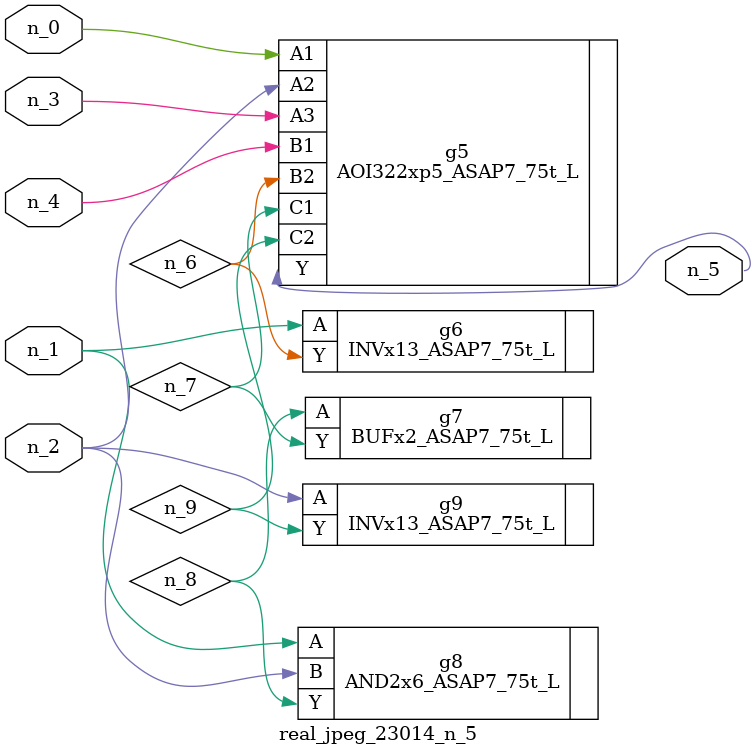
<source format=v>
module real_jpeg_23014_n_5 (n_4, n_0, n_1, n_2, n_3, n_5);

input n_4;
input n_0;
input n_1;
input n_2;
input n_3;

output n_5;

wire n_8;
wire n_6;
wire n_7;
wire n_9;

AOI322xp5_ASAP7_75t_L g5 ( 
.A1(n_0),
.A2(n_2),
.A3(n_3),
.B1(n_4),
.B2(n_6),
.C1(n_7),
.C2(n_9),
.Y(n_5)
);

INVx13_ASAP7_75t_L g6 ( 
.A(n_1),
.Y(n_6)
);

AND2x6_ASAP7_75t_L g8 ( 
.A(n_1),
.B(n_2),
.Y(n_8)
);

INVx13_ASAP7_75t_L g9 ( 
.A(n_2),
.Y(n_9)
);

BUFx2_ASAP7_75t_L g7 ( 
.A(n_8),
.Y(n_7)
);


endmodule
</source>
